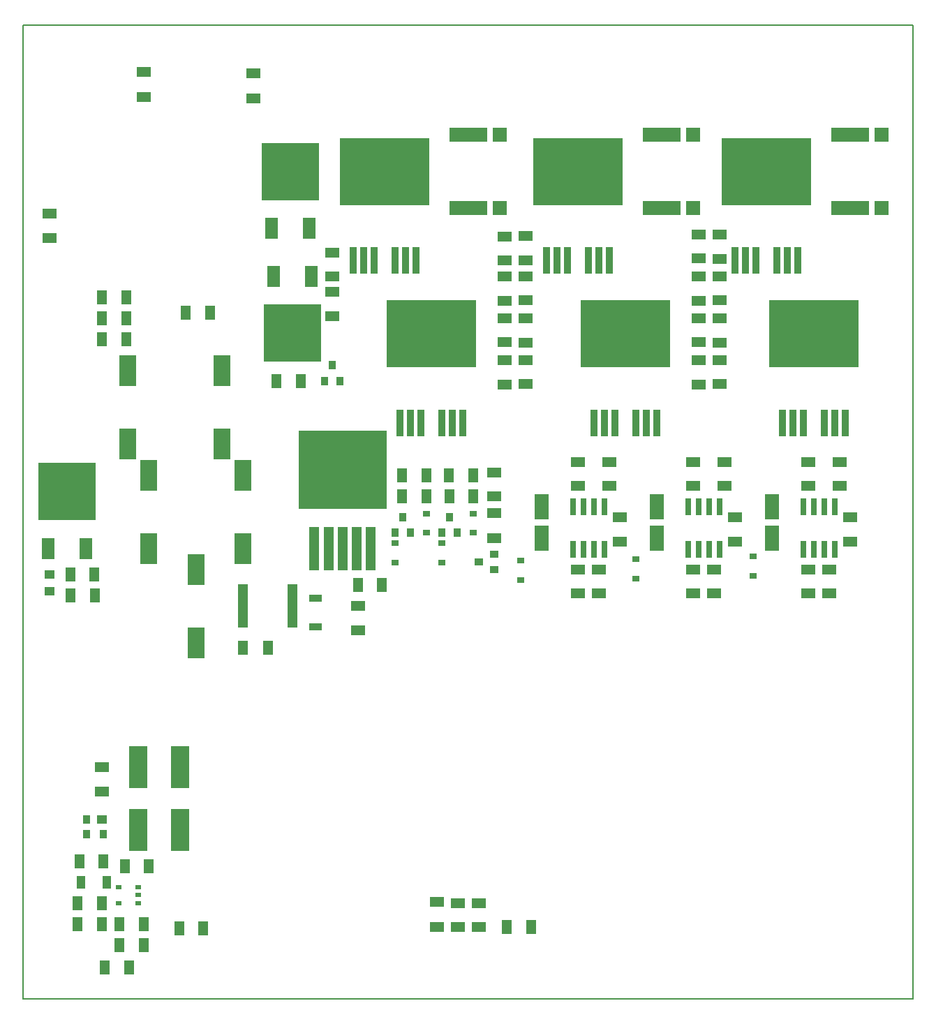
<source format=gbr>
G04 PROTEUS GERBER X2 FILE*
%TF.GenerationSoftware,Labcenter,Proteus,8.7-SP3-Build25561*%
%TF.CreationDate,2021-06-23T20:43:36+00:00*%
%TF.FileFunction,Paste,Top*%
%TF.FilePolarity,Positive*%
%TF.Part,Single*%
%TF.SameCoordinates,{72a0a031-abb8-4097-8df3-996e39d3871e}*%
%FSLAX45Y45*%
%MOMM*%
G01*
%TA.AperFunction,Material*%
%ADD120R,0.914400X3.200400*%
%ADD121R,10.795000X8.153400*%
%TA.AperFunction,Material*%
%ADD122R,4.572000X1.651000*%
%ADD123R,1.651000X1.651000*%
%TA.AperFunction,Material*%
%ADD124R,6.985000X6.985000*%
%ADD125R,1.524000X2.540000*%
%TA.AperFunction,Material*%
%ADD126R,2.032000X3.810000*%
%ADD127R,1.270000X1.016000*%
%ADD128R,1.143000X1.803400*%
%TA.AperFunction,Material*%
%ADD129R,1.143000X5.207000*%
%ADD130R,10.744200X9.550400*%
%TA.AperFunction,Material*%
%ADD131R,1.193800X5.308600*%
%ADD132R,1.524000X0.889000*%
%ADD133R,1.803400X1.143000*%
%TA.AperFunction,Material*%
%ADD134R,0.889000X1.016000*%
%TA.AperFunction,Material*%
%ADD135R,0.635000X2.032000*%
%TA.AperFunction,Material*%
%ADD136R,1.651000X3.048000*%
%ADD137R,0.889000X0.635000*%
%TA.AperFunction,Material*%
%ADD138R,1.016000X0.889000*%
%TA.AperFunction,Material*%
%ADD139R,0.635000X0.508000*%
%TA.AperFunction,Material*%
%ADD140R,1.016000X1.524000*%
%TA.AperFunction,Material*%
%ADD141R,2.286000X5.080000*%
%TA.AperFunction,Profile*%
%ADD47C,0.203200*%
%TD.AperFunction*%
D120*
X+3492500Y-2476500D03*
X+3619500Y-2476500D03*
X+3746500Y-2476500D03*
X+4000500Y-2476500D03*
X+4127500Y-2476500D03*
X+4254500Y-2476500D03*
D121*
X+3873500Y-1397000D03*
D120*
X+5270500Y-508000D03*
X+5397500Y-508000D03*
X+5524500Y-508000D03*
X+5778500Y-508000D03*
X+5905500Y-508000D03*
X+6032500Y-508000D03*
D121*
X+5651500Y+571500D03*
D120*
X+5842000Y-2476500D03*
X+5969000Y-2476500D03*
X+6096000Y-2476500D03*
X+6350000Y-2476500D03*
X+6477000Y-2476500D03*
X+6604000Y-2476500D03*
D121*
X+6223000Y-1397000D03*
D120*
X+7556500Y-508000D03*
X+7683500Y-508000D03*
X+7810500Y-508000D03*
X+8064500Y-508000D03*
X+8191500Y-508000D03*
X+8318500Y-508000D03*
D121*
X+7937500Y+571500D03*
D120*
X+8128000Y-2476500D03*
X+8255000Y-2476500D03*
X+8382000Y-2476500D03*
X+8636000Y-2476500D03*
X+8763000Y-2476500D03*
X+8890000Y-2476500D03*
D121*
X+8509000Y-1397000D03*
D120*
X+2921000Y-508000D03*
X+3048000Y-508000D03*
X+3175000Y-508000D03*
X+3429000Y-508000D03*
X+3556000Y-508000D03*
X+3683000Y-508000D03*
D121*
X+3302000Y+571500D03*
D122*
X+6667500Y+1016000D03*
X+6667500Y+127000D03*
D123*
X+7048500Y+127000D03*
X+7048500Y+1016000D03*
D122*
X+8953500Y+1016000D03*
X+8953500Y+127000D03*
D123*
X+9334500Y+127000D03*
X+9334500Y+1016000D03*
D122*
X+4318000Y+1016000D03*
X+4318000Y+127000D03*
D123*
X+4699000Y+127000D03*
X+4699000Y+1016000D03*
D124*
X+2184400Y-1389380D03*
D125*
X+2413000Y-698500D03*
X+1955800Y-698500D03*
D124*
X+2159000Y+571500D03*
D125*
X+1930400Y-119380D03*
X+2387600Y-119380D03*
D126*
X+1333500Y-2730500D03*
X+1333500Y-1841500D03*
X+190500Y-2730500D03*
X+190500Y-1841500D03*
D124*
X-546100Y-3309620D03*
D125*
X-774700Y-4000500D03*
X-317500Y-4000500D03*
D127*
X-762000Y-4518000D03*
X-762000Y-4318000D03*
D128*
X-508000Y-4318000D03*
X-218000Y-4318000D03*
D126*
X+444500Y-3111500D03*
X+444500Y-4000500D03*
D129*
X+2453640Y-4000500D03*
X+2623820Y-4000500D03*
X+2794000Y-4000500D03*
X+2964180Y-4000500D03*
X+3134360Y-4000500D03*
D130*
X+2794000Y-3048000D03*
D131*
X+2187500Y-4699000D03*
X+1587500Y-4699000D03*
D132*
X+2469837Y-4946337D03*
X+2469837Y-4606337D03*
D126*
X+1587500Y-3111500D03*
X+1587500Y-4000500D03*
D128*
X-508000Y-4572000D03*
X-208000Y-4572000D03*
D133*
X+2984500Y-4699000D03*
X+2984500Y-4989000D03*
D128*
X+3274500Y-4445000D03*
X+2984500Y-4445000D03*
X+173000Y-1460500D03*
X-127000Y-1460500D03*
X+173000Y-952500D03*
X-127000Y-952500D03*
X+173000Y-1206500D03*
X-127000Y-1206500D03*
D133*
X+381000Y+1778000D03*
X+381000Y+1478000D03*
X+1714500Y+1760500D03*
X+1714500Y+1460500D03*
D128*
X+889000Y-1143000D03*
X+1189000Y-1143000D03*
D133*
X+2667000Y-698500D03*
X+2667000Y-408500D03*
D128*
X+2286000Y-1968500D03*
X+1996000Y-1968500D03*
D133*
X+2667000Y-1179000D03*
X+2667000Y-889000D03*
D134*
X+2667000Y-1778000D03*
X+2573020Y-1968500D03*
X+2760980Y-1968500D03*
D128*
X+1887500Y-5207000D03*
X+1587500Y-5207000D03*
D133*
X+6032500Y-2948500D03*
X+6032500Y-3238500D03*
X+5651500Y-2948500D03*
X+5651500Y-3238500D03*
D135*
X+5588000Y-4013200D03*
X+5715000Y-4013200D03*
X+5842000Y-4013200D03*
X+5969000Y-4013200D03*
X+5969000Y-3492500D03*
X+5842000Y-3492500D03*
X+5715000Y-3492500D03*
X+5588000Y-3492500D03*
X+6985000Y-4013200D03*
X+7112000Y-4013200D03*
X+7239000Y-4013200D03*
X+7366000Y-4013200D03*
X+7366000Y-3492500D03*
X+7239000Y-3492500D03*
X+7112000Y-3492500D03*
X+6985000Y-3492500D03*
X+8382000Y-4013200D03*
X+8509000Y-4013200D03*
X+8636000Y-4013200D03*
X+8763000Y-4013200D03*
X+8763000Y-3492500D03*
X+8636000Y-3492500D03*
X+8509000Y-3492500D03*
X+8382000Y-3492500D03*
D133*
X+7048500Y-2948500D03*
X+7048500Y-3238500D03*
D136*
X+5207000Y-3492500D03*
X+5207000Y-3873500D03*
X+6604000Y-3492500D03*
X+6604000Y-3873500D03*
X+8001000Y-3492500D03*
X+8001000Y-3873500D03*
D137*
X+4953000Y-4381500D03*
X+4953000Y-4146550D03*
X+6350000Y-4362450D03*
X+6350000Y-4127500D03*
X+7778750Y-4330700D03*
X+7778750Y-4095750D03*
D133*
X+6159500Y-3619500D03*
X+6159500Y-3919500D03*
X+7556500Y-3619500D03*
X+7556500Y-3919500D03*
X+8953500Y-3619500D03*
X+8953500Y-3919500D03*
X+7429500Y-2948500D03*
X+7429500Y-3238500D03*
X+8445500Y-2948500D03*
X+8445500Y-3238500D03*
X+8826500Y-2948500D03*
X+8826500Y-3238500D03*
X+8445500Y-4254500D03*
X+8445500Y-4544500D03*
X+8699500Y-4254500D03*
X+8699500Y-4544500D03*
X+7048500Y-4254500D03*
X+7048500Y-4544500D03*
X+7302500Y-4254500D03*
X+7302500Y-4544500D03*
X+5651500Y-4254500D03*
X+5651500Y-4544500D03*
X+5905500Y-4254500D03*
X+5905500Y-4544500D03*
X+5016500Y-698500D03*
X+5016500Y-988500D03*
X+4762500Y-218000D03*
X+4762500Y-508000D03*
X+5016500Y-1714500D03*
X+5016500Y-2004500D03*
X+4762500Y-1206500D03*
X+4762500Y-1496500D03*
X+5016500Y-208000D03*
X+5016500Y-508000D03*
X+4762500Y-698500D03*
X+4762500Y-998500D03*
X+5016500Y-1206500D03*
X+5016500Y-1506500D03*
X+4762500Y-1714500D03*
X+4762500Y-2014500D03*
X+7366000Y-190500D03*
X+7366000Y-490500D03*
X+7112000Y-698500D03*
X+7112000Y-998500D03*
X+7366000Y-1206500D03*
X+7366000Y-1506500D03*
X+7112000Y-1714500D03*
X+7112000Y-2014500D03*
X+7366000Y-698500D03*
X+7366000Y-988500D03*
X+7112000Y-190500D03*
X+7112000Y-480500D03*
X+7366000Y-1714500D03*
X+7366000Y-2004500D03*
X+7112000Y-1206500D03*
X+7112000Y-1496500D03*
D134*
X+3522980Y-3619500D03*
X+3429000Y-3810000D03*
X+3616960Y-3810000D03*
X+4094480Y-3619500D03*
X+4000500Y-3810000D03*
X+4188460Y-3810000D03*
D138*
X+4445000Y-4160520D03*
X+4635500Y-4254500D03*
X+4635500Y-4066540D03*
D137*
X+3810000Y-3575050D03*
X+3810000Y-3810000D03*
X+3429000Y-3937000D03*
X+3429000Y-4171950D03*
X+4381500Y-3575050D03*
X+4381500Y-3810000D03*
X+4000500Y-3937000D03*
X+4000500Y-4171950D03*
D128*
X+3520000Y-3365500D03*
X+3810000Y-3365500D03*
X+3520000Y-3111500D03*
X+3810000Y-3111500D03*
X+4381500Y-3365500D03*
X+4091500Y-3365500D03*
D133*
X+4635500Y-3075500D03*
X+4635500Y-3365500D03*
X+4635500Y-3873500D03*
X+4635500Y-3573500D03*
D128*
X+4381500Y-3111500D03*
X+4081500Y-3111500D03*
X-86347Y-9080500D03*
X+203653Y-9080500D03*
X+1105000Y-8606699D03*
X+815000Y-8606699D03*
D126*
X+1016000Y-5143500D03*
X+1016000Y-4254500D03*
D133*
X+3937000Y-8588699D03*
X+3937000Y-8288699D03*
X-762000Y+63500D03*
X-762000Y-236500D03*
D128*
X+4790000Y-8588699D03*
X+5080000Y-8588699D03*
D133*
X+4191000Y-8298699D03*
X+4191000Y-8588699D03*
X+4445000Y-8588699D03*
X+4445000Y-8298699D03*
D139*
X+317500Y-8298699D03*
X+317500Y-8204719D03*
X+317500Y-8108199D03*
X+78740Y-8108199D03*
X+78740Y-8298699D03*
D127*
X-127000Y-7282699D03*
D134*
X-307340Y-7282699D03*
X-307340Y-7465579D03*
X-106680Y-7465579D03*
D133*
X-127000Y-6947699D03*
X-127000Y-6647699D03*
D140*
X-378460Y-8044699D03*
X-63500Y-8044699D03*
D128*
X+381000Y-8806699D03*
X+91000Y-8806699D03*
X+91000Y-8552699D03*
X+381000Y-8552699D03*
X+154500Y-7854199D03*
X+444500Y-7854199D03*
X-396680Y-7790699D03*
X-106680Y-7790699D03*
X-417000Y-8552699D03*
X-127000Y-8552699D03*
X-127000Y-8298699D03*
X-417000Y-8298699D03*
D141*
X+317500Y-7409699D03*
X+317500Y-6647699D03*
X+825500Y-7409699D03*
X+825500Y-6647699D03*
D47*
X-1079500Y-9461500D02*
X+9715500Y-9461500D01*
X+9715500Y+2349500D01*
X-1079500Y+2349500D01*
X-1079500Y-9461500D01*
M02*

</source>
